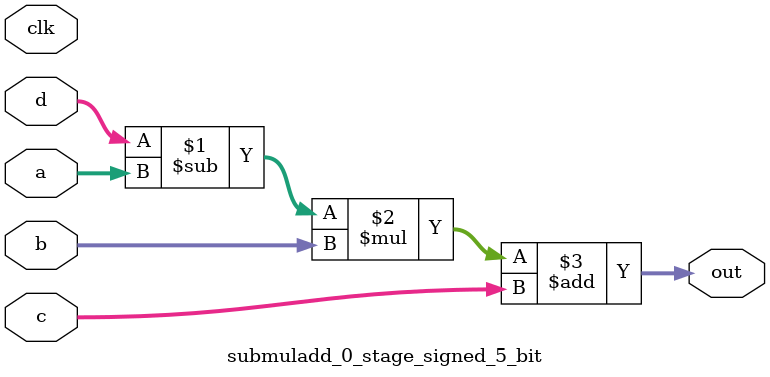
<source format=sv>
(* use_dsp = "yes" *) module submuladd_0_stage_signed_5_bit(
	input signed [4:0] a,
	input signed [4:0] b,
	input signed [4:0] c,
	input signed [4:0] d,
	output [4:0] out,
	input clk);

	assign out = ((d - a) * b) + c;
endmodule

</source>
